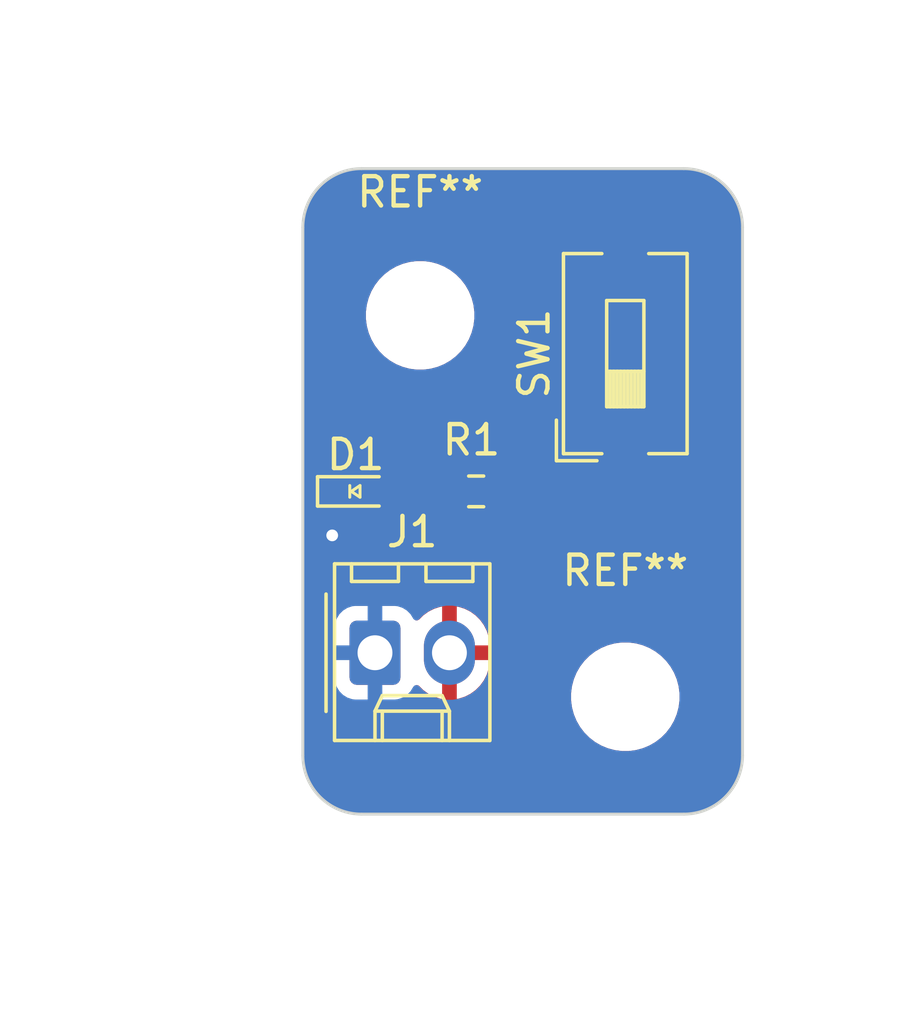
<source format=kicad_pcb>
(kicad_pcb (version 20240108) (generator "pcbnew") (generator_version "8.0")
  (title_block (title "LED Project") (date "2023-09-22") (rev "1.0") (company "Illini Solar Car") (comment 1 "Designed By: Abhay Pokhriyal"))
  (layers (0 "F.Cu" signal) (31 "B.Cu" signal) (34 "B.Paste" user) (35 "F.Paste" user) (36 "B.SilkS" user "B.Silkscreen") (37 "F.SilkS" user "F.Silkscreen") (38 "B.Mask" user) (39 "F.Mask" user) (44 "Edge.Cuts" user))
  (net 0 "")
  (net 1 "Net-(D1-A)")
  (net 2 "GND")
  (net 3 "Net-(R1-Pad1)")
  (net 4 "+3V3")
  (footprint "Button_Switch_SMD:SW_DIP_SPSTx01_Slide_6.7x4.1mm_W8.61mm_P2.54mm_LowProfile" (layer "F.Cu") (at 118 62.305 90)
    (property "Reference" "SW1" (at 0 -3.11 90) (layer "F.SilkS"))
    (property "Value" "SW_Push")
    (fp_line (start -3.65 -2.35) (end -2.267 -2.35) (stroke (width 0.12)) (layer "F.SilkS"))
    (fp_line (start -3.65 -2.35) (end -3.65 -0.967) (stroke (width 0.12)) (layer "F.SilkS"))
    (fp_line (start 3.41 -2.11) (end 3.41 -0.8) (stroke (width 0.12)) (layer "F.SilkS"))
    (fp_line (start -3.41 -2.11) (end 3.41 -2.11) (stroke (width 0.12)) (layer "F.SilkS"))
    (fp_line (start -3.41 -2.11) (end -3.41 -0.8) (stroke (width 0.12)) (layer "F.SilkS"))
    (fp_line (start 1.81 -0.635) (end -1.81 -0.635) (stroke (width 0.12)) (layer "F.SilkS"))
    (fp_line (start -0.603333 -0.635) (end -0.603333 0.635) (stroke (width 0.12)) (layer "F.SilkS"))
    (fp_line (start -1.81 -0.635) (end -1.81 0.635) (stroke (width 0.12)) (layer "F.SilkS"))
    (fp_line (start -1.81 -0.515) (end -0.603333 -0.515) (stroke (width 0.12)) (layer "F.SilkS"))
    (fp_line (start -1.81 -0.395) (end -0.603333 -0.395) (stroke (width 0.12)) (layer "F.SilkS"))
    (fp_line (start -1.81 -0.275) (end -0.603333 -0.275) (stroke (width 0.12)) (layer "F.SilkS"))
    (fp_line (start -1.81 -0.155) (end -0.603333 -0.155) (stroke (width 0.12)) (layer "F.SilkS"))
    (fp_line (start -1.81 -0.035) (end -0.603333 -0.035) (stroke (width 0.12)) (layer "F.SilkS"))
    (fp_line (start -1.81 0.085) (end -0.603333 0.085) (stroke (width 0.12)) (layer "F.SilkS"))
    (fp_line (start -1.81 0.205) (end -0.603333 0.205) (stroke (width 0.12)) (layer "F.SilkS"))
    (fp_line (start -1.81 0.325) (end -0.603333 0.325) (stroke (width 0.12)) (layer "F.SilkS"))
    (fp_line (start -1.81 0.445) (end -0.603333 0.445) (stroke (width 0.12)) (layer "F.SilkS"))
    (fp_line (start -1.81 0.565) (end -0.603333 0.565) (stroke (width 0.12)) (layer "F.SilkS"))
    (fp_line (start 1.81 0.635) (end 1.81 -0.635) (stroke (width 0.12)) (layer "F.SilkS"))
    (fp_line (start -1.81 0.635) (end 1.81 0.635) (stroke (width 0.12)) (layer "F.SilkS"))
    (fp_line (start 3.41 0.8) (end 3.41 2.11) (stroke (width 0.12)) (layer "F.SilkS"))
    (fp_line (start -3.41 0.8) (end -3.41 2.11) (stroke (width 0.12)) (layer "F.SilkS"))
    (fp_line (start -3.41 2.11) (end 3.41 2.11) (stroke (width 0.12)) (layer "F.SilkS"))
    (pad "1" smd rect (at -4.305 0 90) (size 2.44 1.12) (layers "F.Cu" "F.Paste" "F.Mask") (net 4 "+3V3"))
    (pad "2" smd rect (at 4.305 0 90) (size 2.44 1.12) (layers "F.Cu" "F.Paste" "F.Mask") (net 3 "Net-(R1-Pad1)"))
  )
  (footprint "MountingHole:MountingHole_3.2mm_M3" (layer "F.Cu") (at 111 61)
    (property "Reference" "REF**" (at 0 -4.2 0) (layer "F.SilkS"))
    (property "Value" "MountingHole_3.2mm_M3")
    (pad "" np_thru_hole circle (at 0 0) (size 3.2 3.2) (drill 3.2) (layers "*.Cu" "*.Mask"))
  )
  (footprint "Resistor_SMD:R_0603_1608Metric_Pad0.98x0.95mm_HandSolder" (layer "F.Cu") (at 112.9125 67 180)
    (property "Reference" "R1" (at 0.1625 1.75 360) (layer "F.SilkS"))
    (property "Value" "105")
    (fp_line (start -0.254724 0.5225) (end 0.254724 0.5225) (stroke (width 0.12)) (layer "F.SilkS"))
    (fp_line (start -0.254724 -0.5225) (end 0.254724 -0.5225) (stroke (width 0.12)) (layer "F.SilkS"))
    (pad "1" smd roundrect (at -0.9125 0 180) (size 0.975 0.95) (layers "F.Cu" "F.Paste" "F.Mask") (net 3 "Net-(R1-Pad1)"))
    (pad "2" smd roundrect (at 0.9125 0 180) (size 0.975 0.95) (layers "F.Cu" "F.Paste" "F.Mask") (net 1 "Net-(D1-A)"))
  )
  (footprint "Connector_Molex:Molex_KK-254_AE-6410-02A_1x02_P2.54mm_Vertical" (layer "F.Cu") (at 109.46 72.5)
    (property "Reference" "J1" (at 1.27 -4.12 0) (layer "F.SilkS"))
    (property "Value" "Conn_01x02")
    (fp_line (start -1.67 -2) (end -1.67 2) (stroke (width 0.12)) (layer "F.SilkS"))
    (fp_line (start -1.38 -3.03) (end -1.38 2.99) (stroke (width 0.12)) (layer "F.SilkS"))
    (fp_line (start -1.38 2.99) (end 3.92 2.99) (stroke (width 0.12)) (layer "F.SilkS"))
    (fp_line (start -0.8 -3.03) (end -0.8 -2.43) (stroke (width 0.12)) (layer "F.SilkS"))
    (fp_line (start -0.8 -2.43) (end 0.8 -2.43) (stroke (width 0.12)) (layer "F.SilkS"))
    (fp_line (start 0 1.99) (end 0.25 1.46) (stroke (width 0.12)) (layer "F.SilkS"))
    (fp_line (start 0 1.99) (end 2.54 1.99) (stroke (width 0.12)) (layer "F.SilkS"))
    (fp_line (start 0 2.99) (end 0 1.99) (stroke (width 0.12)) (layer "F.SilkS"))
    (fp_line (start 0.25 1.46) (end 2.29 1.46) (stroke (width 0.12)) (layer "F.SilkS"))
    (fp_line (start 0.25 2.99) (end 0.25 1.99) (stroke (width 0.12)) (layer "F.SilkS"))
    (fp_line (start 0.8 -2.43) (end 0.8 -3.03) (stroke (width 0.12)) (layer "F.SilkS"))
    (fp_line (start 1.74 -3.03) (end 1.74 -2.43) (stroke (width 0.12)) (layer "F.SilkS"))
    (fp_line (start 1.74 -2.43) (end 3.34 -2.43) (stroke (width 0.12)) (layer "F.SilkS"))
    (fp_line (start 2.29 1.46) (end 2.54 1.99) (stroke (width 0.12)) (layer "F.SilkS"))
    (fp_line (start 2.29 2.99) (end 2.29 1.99) (stroke (width 0.12)) (layer "F.SilkS"))
    (fp_line (start 2.54 1.99) (end 2.54 2.99) (stroke (width 0.12)) (layer "F.SilkS"))
    (fp_line (start 3.34 -2.43) (end 3.34 -3.03) (stroke (width 0.12)) (layer "F.SilkS"))
    (fp_line (start 3.92 -3.03) (end -1.38 -3.03) (stroke (width 0.12)) (layer "F.SilkS"))
    (fp_line (start 3.92 2.99) (end 3.92 -3.03) (stroke (width 0.12)) (layer "F.SilkS"))
    (pad "1" thru_hole roundrect (at 0 0) (size 1.74 2.19) (drill 1.19) (layers "*.Cu" "*.Mask") (roundrect_rratio 0.143678) (net 2 "GND"))
    (pad "2" thru_hole oval (at 2.54 0) (size 1.74 2.19) (drill 1.19) (layers "*.Cu" "*.Mask") (net 4 "+3V3"))
  )
  (footprint "MountingHole:MountingHole_3.2mm_M3" (layer "F.Cu") (at 118 74)
    (property "Reference" "REF**" (at 0 -4.3 0) (layer "F.SilkS"))
    (property "Value" "MountingHole_3.2mm_M3")
    (pad "" np_thru_hole circle (at 0 0) (size 3.2 3.2) (drill 3.2) (layers "*.Cu" "*.Mask"))
  )
  (footprint "layout:LED_0603_Symbol_on_F.SilkS" (layer "F.Cu") (at 108.8 67)
    (property "Reference" "D1" (at 0 -1.25 0) (layer "F.SilkS"))
    (property "Value" "LED_RED")
    (fp_line (start -1.3 -0.5) (end -1.3 0.5) (stroke (width 0.12)) (layer "F.SilkS"))
    (fp_line (start -1.3 -0.5) (end 0.8 -0.5) (stroke (width 0.12)) (layer "F.SilkS"))
    (fp_line (start -1.3 0.5) (end 0.8 0.5) (stroke (width 0.12)) (layer "F.SilkS"))
    (fp_line (start -0.2 -0.2) (end -0.2 0.2) (stroke (width 0.1)) (layer "F.SilkS"))
    (fp_line (start -0.15 0) (end 0.15 -0.2) (stroke (width 0.1)) (layer "F.SilkS"))
    (fp_line (start 0.15 -0.2) (end 0.15 0.2) (stroke (width 0.1)) (layer "F.SilkS"))
    (fp_line (start 0.15 0.2) (end -0.15 0) (stroke (width 0.1)) (layer "F.SilkS"))
    (pad "1" smd rect (at -0.8 0 180) (size 0.8 0.8) (layers "F.Cu" "F.Paste" "F.Mask") (net 2 "GND"))
    (pad "2" smd rect (at 0.8 0 180) (size 0.8 0.8) (layers "F.Cu" "F.Paste" "F.Mask") (net 1 "Net-(D1-A)"))
  )
  (gr_line (start 122 58) (end 122 76) (stroke (width 0.1)) (layer "Edge.Cuts"))
  (gr_line (start 107 58) (end 107 76) (stroke (width 0.1)) (layer "Edge.Cuts"))
  (gr_arc (start 107 58) (mid 107.585786 56.585786) (end 109 56) (stroke (width 0.1)) (layer "Edge.Cuts"))
  (gr_line (start 120 78) (end 109 78) (stroke (width 0.1)) (layer "Edge.Cuts"))
  (gr_arc (start 109 78) (mid 107.585786 77.414214) (end 107 76) (stroke (width 0.1)) (layer "Edge.Cuts"))
  (gr_arc (start 120 56) (mid 121.414214 56.585786) (end 122 58) (stroke (width 0.1)) (layer "Edge.Cuts"))
  (gr_line (start 109 56) (end 120 56) (stroke (width 0.1)) (layer "Edge.Cuts"))
  (gr_arc (start 122 76) (mid 121.414214 77.414214) (end 120 78) (stroke (width 0.1)) (layer "Edge.Cuts"))
  (segment (start 112 67) (end 109.6 67) (width 0.25) (layer "F.Cu") (net 1))
  (segment (start 108 67) (end 108 68.5) (width 0.25) (layer "F.Cu") (net 2))
  (via (at 108 68.5) (size 0.8) (drill 0.4) (layers "F.Cu" "B.Cu") (net 2))
  (segment (start 118 58) (end 114.75 61.25) (width 0.25) (layer "F.Cu") (net 3))
  (segment (start 114.75 61.25) (end 114.75 65.25) (width 0.25) (layer "F.Cu") (net 3))
  (segment (start 113.825 66.175) (end 113.825 67) (width 0.25) (layer "F.Cu") (net 3))
  (segment (start 114.75 65.25) (end 113.825 66.175) (width 0.25) (layer "F.Cu") (net 3))
  (zone (net 4) (net_name "+3V3") (layer "F.Cu") (connect_pads (clearance 0.508)) (min_thickness 0.25) (fill yes (thermal_gap 0.5) (thermal_bridge_width 0.5))
    (polygon (pts (xy 107 56) (xy 122 56) (xy 122 78) (xy 107 78)))
  )
  (zone (net 2) (net_name "GND") (layer "B.Cu") (priority 1) (connect_pads (clearance 0.508)) (min_thickness 0.25) (fill yes (thermal_gap 0.5) (thermal_bridge_width 0.5))
    (polygon (pts (xy 107 56) (xy 122 56) (xy 122 78) (xy 107 78)))
  )
)
</source>
